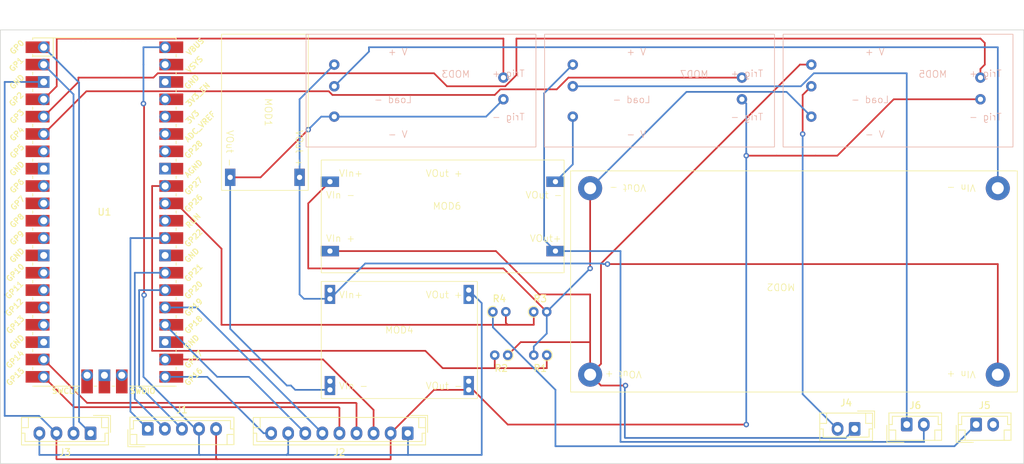
<source format=kicad_pcb>
(kicad_pcb (version 20221018) (generator pcbnew)
  (layers (0 "F.Cu" signal) (31 "B.Cu" signal) (34 "B.Paste" user) (35 "F.Paste" user) (36 "B.SilkS" user "B.Silkscreen") (37 "F.SilkS" user "F.Silkscreen") (38 "B.Mask" user) (39 "F.Mask" user) (44 "Edge.Cuts" user))
  (net 0 "")
  (net 1 "VCC")
  (net 2 "GND")
  (net 3 "Net-(J2-Pin_3)")
  (net 4 "Net-(MOD2-Vout-)")
  (net 5 "Net-(MOD2-Vin-)")
  (net 6 "Net-(J2-Pin_4)")
  (net 7 "+3.3V")
  (net 8 "Net-(J1-Pin_5)")
  (net 9 "Net-(J2-Pin_5)")
  (net 10 "Net-(J2-Pin_6)")
  (net 11 "Net-(J2-Pin_7)")
  (net 12 "Net-(J2-Pin_9)")
  (net 13 "Net-(J3-Pin_1)")
  (net 26 "Net-(J3-Pin_2)")
  (net 27 "Net-(J4-Pin_1)")
  (net 28 "Net-(J1-Pin_3)")
  (net 29 "Net-(J1-Pin_2)")
  (net 31 "Net-(J1-Pin_1)")
  (net 32 "Net-(J4-Pin_2)")
  (net 33 "Net-(J5-Pin_1)")
  (net 34 "Net-(J6-Pin_1)")
  (net 36 "+12V")
  (net 38 "Net-(MOD3-Trigger+)")
  (net 39 "Net-(MOD5-Trigger+)")
  (net 49 "Net-(MOD6-VOut-)")
  (net 50 "Net-(MOD7-Trigger+)")
  (net 51 "Net-(U1-GPIO27_ADC1)")
  (net 52 "Net-(U1-GPIO26_ADC0)")
  (footprint "Custom_Modules:USBC_PD_Module" (layer "F.Cu") (at 51.435 24.765 -90)
    (fp_text reference "MOD1" (at 0 -0.5 -90 unlocked) (layer "F.SilkS") (effects (font (thickness 0.1))))
    (fp_text value "USB-C PD Module")
    (fp_text user "VOut -" (at 2.54 5.715 -90 unlocked) (layer "F.SilkS") (effects (font (thickness 0.1)) (justify left bottom)))
    (fp_text user "VOut +" (at 2.54 -4.445 -90 unlocked) (layer "F.SilkS") (effects (font (thickness 0.1)) (justify left bottom)))
    (pad "1" thru_hole rect (at 9.525 -5.08 270) (size 2.524 1.524) (drill 0.762) (layers "*.Cu" "*.Mask") (net 1 "VCC"))
    (pad "2" thru_hole rect (at 9.525 5.08 270) (size 2.524 1.524) (drill 0.762) (layers "*.Cu" "*.Mask") (net 2 "GND"))
  )
  (footprint "Resistor_THT:R_Axial_DIN0204_L3.6mm_D1.6mm_P1.90mm_Vertical" (layer "F.Cu") (at 92.705 60.325 180)
    (fp_text reference "R1" (at 0.95 -1.92) (layer "F.SilkS"))
    (fp_text value "10k")
    (pad "1" thru_hole circle (at 0 0 180) (size 1.4 1.4) (drill 0.7) (layers "*.Cu" "*.Mask") (net 51 "Net-(U1-GPIO27_ADC1)"))
    (pad "2" thru_hole oval (at 1.9 0 180) (size 1.4 1.4) (drill 0.7) (layers "*.Cu" "*.Mask") (net 4 "Net-(MOD2-Vout-)"))
  )
  (footprint "Custom_Modules:CC_CV_BUCK_BOOST_CONVERTER" (layer "F.Cu") (at 127 49.8475 180)
    (fp_text reference "MOD2" (at 0 -0.5 180 unlocked) (layer "F.SilkS") (effects (font (thickness 0.1))))
    (fp_text value "CC_CV_BUCK_BOOST_CONVERTER")
    (fp_text user "VOut +" (at 20.32 -12.7 180 unlocked) (layer "F.SilkS") (effects (font (thickness 0.1)) (justify left bottom)))
    (fp_text user "VOut -" (at 19.685 14.605 180 unlocked) (layer "F.SilkS") (effects (font (thickness 0.1)) (justify left bottom)))
    (fp_text user "VIn +" (at -28.575 -12.7 180 unlocked) (layer "F.SilkS") (effects (font (thickness 0.1)) (justify left bottom)))
    (fp_text user "VIn -" (at -28.575 14.605 180 unlocked) (layer "F.SilkS") (effects (font (thickness 0.1)) (justify left bottom)))
    (pad "1" thru_hole circle (at -31.75 -13.335 180) (size 3.524 3.524) (drill 1.762) (layers "*.Cu" "*.Mask") (net 1 "VCC"))
    (pad "2" thru_hole circle (at -31.75 13.97 180) (size 3.524 3.524) (drill 1.762) (layers "*.Cu" "*.Mask") (net 5 "Net-(MOD2-Vin-)"))
    (pad "3" thru_hole circle (at 27.94 -13.335 180) (size 3.524 3.524) (drill 1.762) (layers "*.Cu" "*.Mask") (net 27 "Net-(J4-Pin_1)"))
    (pad "4" thru_hole circle (at 27.94 13.97 180) (size 3.524 3.524) (drill 1.762) (layers "*.Cu" "*.Mask") (net 4 "Net-(MOD2-Vout-)"))
  )
  (footprint "Connector_JST:JST_EH_B9B-EH-A_1x09_P2.50mm_Vertical" (layer "F.Cu") (at 72.35 71.755 180)
    (fp_text reference "J2" (at 10 -2.8) (layer "F.SilkS"))
    (fp_text value "ST7789V Connector")
    (pad "1" thru_hole roundrect (at 0 0 180) (size 1.7 1.95) (drill 0.95) (layers "*.Cu" "*.Mask") (roundrect_rratio 0.147059) (net 7 "+3.3V"))
    (pad "2" thru_hole oval (at 2.5 0 180) (size 1.7 1.95) (drill 0.95) (layers "*.Cu" "*.Mask") (net 8 "Net-(J1-Pin_5)"))
    (pad "3" thru_hole oval (at 5 0 180) (size 1.7 1.95) (drill 0.95) (layers "*.Cu" "*.Mask") (net 3 "Net-(J2-Pin_3)"))
    (pad "4" thru_hole oval (at 7.5 0 180) (size 1.7 1.95) (drill 0.95) (layers "*.Cu" "*.Mask") (net 6 "Net-(J2-Pin_4)"))
    (pad "5" thru_hole oval (at 10 0 180) (size 1.7 1.95) (drill 0.95) (layers "*.Cu" "*.Mask") (net 9 "Net-(J2-Pin_5)"))
    (pad "6" thru_hole oval (at 12.5 0 180) (size 1.7 1.95) (drill 0.95) (layers "*.Cu" "*.Mask") (net 10 "Net-(J2-Pin_6)"))
    (pad "7" thru_hole oval (at 15 0 180) (size 1.7 1.95) (drill 0.95) (layers "*.Cu" "*.Mask") (net 11 "Net-(J2-Pin_7)"))
    (pad "8" thru_hole oval (at 17.5 0 180) (size 1.7 1.95) (drill 0.95) (layers "*.Cu" "*.Mask") (net 7 "+3.3V"))
    (pad "9" thru_hole oval (at 20 0 180) (size 1.7 1.95) (drill 0.95) (layers "*.Cu" "*.Mask") (net 12 "Net-(J2-Pin_9)"))
  )
  (footprint "Connector_JST:JST_EH_B5B-EH-A_1x05_P2.50mm_Vertical" (layer "F.Cu") (at 34.29 71.12)
    (fp_text reference "J1" (at 5 -2.8) (layer "F.SilkS"))
    (fp_text value "Encoder1")
    (pad "1" thru_hole roundrect (at 0 0) (size 1.7 1.95) (drill 0.95) (layers "*.Cu" "*.Mask") (roundrect_rratio 0.147059) (net 31 "Net-(J1-Pin_1)"))
    (pad "2" thru_hole oval (at 2.5 0) (size 1.7 1.95) (drill 0.95) (layers "*.Cu" "*.Mask") (net 29 "Net-(J1-Pin_2)"))
    (pad "3" thru_hole oval (at 5 0) (size 1.7 1.95) (drill 0.95) (layers "*.Cu" "*.Mask") (net 28 "Net-(J1-Pin_3)"))
    (pad "4" thru_hole oval (at 7.5 0) (size 1.7 1.95) (drill 0.95) (layers "*.Cu" "*.Mask") (net 7 "+3.3V"))
    (pad "5" thru_hole oval (at 10 0) (size 1.7 1.95) (drill 0.95) (layers "*.Cu" "*.Mask") (net 8 "Net-(J1-Pin_5)"))
  )
  (footprint "Custom_Modules:BOOST_COVERTER" (layer "F.Cu") (at 71.12 39.37)
    (fp_text reference "MOD6" (at 6.985 -0.865 unlocked) (layer "F.SilkS") (effects (font (thickness 0.1))))
    (fp_text value "BUCK_CONVERTER")
    (fp_text user "VIn +" (at -10.795 4.445 unlocked) (layer "F.SilkS") (effects (font (thickness 0.1)) (justify left bottom)))
    (fp_text user "VOut+" (at 19.05 4.445 unlocked) (layer "F.SilkS") (effects (font (thickness 0.1)) (justify left bottom)))
    (fp_text user "VOut -" (at 18.415 -1.905 unlocked) (layer "F.SilkS") (effects (font (thickness 0.1)) (justify left bottom)))
    (fp_text user "VOut +" (at 3.81 -5.08 unlocked) (layer "F.SilkS") (effects (font (thickness 0.1)) (justify left bottom)))
    (fp_text user "VIn -" (at -10.795 -1.905 unlocked) (layer "F.SilkS") (effects (font (thickness 0.1)) (justify left bottom)))
    (fp_text user "VIn+" (at -8.89 -5.08 unlocked) (layer "F.SilkS") (effects (font (thickness 0.1)) (justify left bottom)))
    (pad "1" thru_hole rect (at -10.16 5.715) (size 2.667 1.524) (drill 0.762) (layers "*.Cu" "*.Mask") (net 27 "Net-(J4-Pin_1)"))
    (pad "2" thru_hole rect (at -10.16 -4.445) (size 2.667 1.524) (drill 0.762) (layers "*.Cu" "*.Mask") (net 4 "Net-(MOD2-Vout-)"))
    (pad "3" thru_hole rect (at 22.86 5.715) (size 2.667 1.524) (drill 0.762) (layers "*.Cu" "*.Mask") (net 36 "+12V"))
    (pad "4" thru_hole rect (at 22.86 -4.445) (size 2.667 1.524) (drill 0.762) (layers "*.Cu" "*.Mask") (net 49 "Net-(MOD6-VOut-)"))
  )
  (footprint "Connector_JST:JST_EH_B2B-EH-A_1x02_P2.50mm_Vertical" (layer "F.Cu") (at 145.415 70.485)
    (fp_text reference "J6" (at 1.25 -2.8) (layer "F.SilkS"))
    (fp_text value "Relay")
    (pad "1" thru_hole roundrect (at 0 0) (size 1.7 2) (drill 1) (layers "*.Cu" "*.Mask") (roundrect_rratio 0.147059) (net 34 "Net-(J6-Pin_1)"))
    (pad "2" thru_hole oval (at 2.5 0) (size 1.7 2) (drill 1) (layers "*.Cu" "*.Mask") (net 36 "+12V"))
  )
  (footprint "Custom_Modules:BUCK_COVERTER" (layer "F.Cu") (at 71.12 57.15)
    (fp_text reference "MOD4" (at 0 -0.5 unlocked) (layer "F.SilkS") (effects (font (thickness 0.1))))
    (fp_text value "BUCK_CONVERTER")
    (fp_text user "VOut +" (at 3.81 -5.08 unlocked) (layer "F.SilkS") (effects (font (thickness 0.1)) (justify left bottom)))
    (fp_text user "VOut -" (at 3.81 8.255 unlocked) (layer "F.SilkS") (effects (font (thickness 0.1)) (justify left bottom)))
    (fp_text user "VIn+" (at -8.89 -5.08 unlocked) (layer "F.SilkS") (effects (font (thickness 0.1)) (justify left bottom)))
    (fp_text user "VIn -" (at -8.89 8.255 unlocked) (layer "F.SilkS") (effects (font (thickness 0.1)) (justify left bottom)))
    (pad "1" thru_hole rect (at -10.16 -6.35) (size 1.524 1.524) (drill 0.762) (layers "*.Cu" "*.Mask") (net 1 "VCC"))
    (pad "1" thru_hole rect (at -10.16 -5.08) (size 1.524 1.524) (drill 0.762) (layers "*.Cu" "*.Mask") (net 1 "VCC"))
    (pad "2" thru_hole rect (at -10.16 6.985) (size 1.524 1.524) (drill 0.762) (layers "*.Cu" "*.Mask") (net 2 "GND"))
    (pad "2" thru_hole rect (at -10.16 8.255) (size 1.524 1.524) (drill 0.762) (layers "*.Cu" "*.Mask") (net 2 "GND"))
    (pad "3" thru_hole rect (at 10.16 -6.35) (size 1.524 1.524) (drill 0.762) (layers "*.Cu" "*.Mask") (net 7 "+3.3V"))
    (pad "3" thru_hole rect (at 10.16 -5.08) (size 1.524 1.524) (drill 0.762) (layers "*.Cu" "*.Mask") (net 7 "+3.3V"))
    (pad "4" thru_hole rect (at 10.16 6.985) (size 1.524 1.524) (drill 0.762) (layers "*.Cu" "*.Mask") (net 8 "Net-(J1-Pin_5)"))
    (pad "4" thru_hole rect (at 10.16 8.255) (size 1.524 1.524) (drill 0.762) (layers "*.Cu" "*.Mask") (net 8 "Net-(J1-Pin_5)"))
  )
  (footprint "Resistor_THT:R_Axial_DIN0204_L3.6mm_D1.6mm_P1.90mm_Vertical" (layer "F.Cu") (at 90.805 53.975)
    (fp_text reference "R3" (at 0.95 -1.92) (layer "F.SilkS"))
    (fp_text value "10k")
    (pad "1" thru_hole circle (at 0 0) (size 1.4 1.4) (drill 0.7) (layers "*.Cu" "*.Mask") (net 52 "Net-(U1-GPIO26_ADC0)"))
    (pad "2" thru_hole oval (at 1.9 0) (size 1.4 1.4) (drill 0.7) (layers "*.Cu" "*.Mask") (net 4 "Net-(MOD2-Vout-)"))
  )
  (footprint "MCU_RaspberryPi_and_Boards:RPi_Pico_SMD_TH" (layer "F.Cu") (at 27.94 39.37)
    (fp_text reference "U1" (at 0 0) (layer "F.SilkS"))
    (fp_text value "Pico")
    (fp_text user "GND" (at 12.8 -19.05 45) (layer "F.SilkS") (effects (font (size 0.8 0.8))))
    (fp_text user "3V3_EN" (at 13.7 -17.2 45) (layer "F.SilkS") (effects (font (size 0.8 0.8))))
    (fp_text user "RUN" (at 13 1.27 45) (layer "F.SilkS") (effects (font (size 0.8 0.8))))
    (fp_text user "GP2" (at -12.9 -16.51 45) (layer "F.SilkS") (effects (font (size 0.8 0.8))))
    (fp_text user "GP9" (at -12.8 3.81 45) (layer "F.SilkS") (effects (font (size 0.8 0.8))))
    (fp_text user "SWCLK" (at -5.7 26.2) (layer "F.SilkS") (effects (font (size 0.8 0.8))))
    (fp_text user "GP19" (at 13.054 13.97 45) (layer "F.SilkS") (effects (font (size 0.8 0.8))))
    (fp_text user "GP13" (at -13.054 16.51 45) (layer "F.SilkS") (effects (font (size 0.8 0.8))))
    (fp_text user "VBUS" (at 13.3 -24.2 45) (layer "F.SilkS") (effects (font (size 0.8 0.8))))
    (fp_text user "GND" (at -12.8 -6.35 45) (layer "F.SilkS") (effects (font (size 0.8 0.8))))
    (fp_text user "GP1" (at -12.9 -21.6 45) (layer "F.SilkS") (effects (font (size 0.8 0.8))))
    (fp_text user "GP18" (at 13.054 16.51 45) (layer "F.SilkS") (effects (font (size 0.8 0.8))))
    (fp_text user "GP5" (at -12.8 -8.89 45) (layer "F.SilkS") (effects (font (size 0.8 0.8))))
    (fp_text user "GP16" (at 13.054 24.13 45) (layer "F.SilkS") (effects (font (size 0.8 0.8))))
    (fp_text user "SWDIO" (at 5.6 26.2) (layer "F.SilkS") (effects (font (size 0.8 0.8))))
    (fp_text user "GP27" (at 13.054 -3.8 45) (layer "F.SilkS") (effects (font (size 0.8 0.8))))
    (fp_text user "GP3" (at -12.8 -13.97 45) (layer "F.SilkS") (effects (font (size 0.8 0.8))))
    (fp_text user "GP6" (at -12.8 -3.81 45) (layer "F.SilkS") (effects (font (size 0.8 0.8))))
    (fp_text user "VSYS" (at 13.2 -21.59 45) (layer "F.SilkS") (effects (font (size 0.8 0.8))))
    (fp_text user "GP14" (at -13.1 21.59 45) (layer "F.SilkS") (effects (font (size 0.8 0.8))))
    (fp_text user "GND" (at -12.8 -19.05 45) (layer "F.SilkS") (effects (font (size 0.8 0.8))))
    (fp_text user "GND" (at -12.8 19.05 45) (layer "F.SilkS") (effects (font (size 0.8 0.8))))
    (fp_text user "GP0" (at -12.8 -24.13 45) (layer "F.SilkS") (effects (font (size 0.8 0.8))))
    (fp_text user "GP26" (at 13.054 -1.27 45) (layer "F.SilkS") (effects (font (size 0.8 0.8))))
    (fp_text user "GP11" (at -13.2 11.43 45) (layer "F.SilkS") (effects (font (size 0.8 0.8))))
    (fp_text user "GP22" (at 13.054 3.81 45) (layer "F.SilkS") (effects (font (size 0.8 0.8))))
    (fp_text user "GP17" (at 13.054 21.59 45) (layer "F.SilkS") (effects (font (size 0.8 0.8))))
    (fp_text user "GP20" (at 13.054 11.43 45) (layer "F.SilkS") (effects (font (size 0.8 0.8))))
    (fp_text user "GP10" (at -13.054 8.89 45) (layer "F.SilkS") (effects (font (size 0.8 0.8))))
    (fp_text user "AGND" (at 13.054 -6.35 45) (layer "F.SilkS") (effects (font (size 0.8 0.8))))
    (fp_text user "3V3" (at 12.9 -13.9 45) (layer "F.SilkS") (effects (font (size 0.8 0.8))))
    (fp_text user "GP21" (at 13.054 8.9 45) (layer "F.SilkS") (effects (font (size 0.8 0.8))))
    (fp_text user "GP8" (at -12.8 1.27 45) (layer "F.SilkS") (effects (font (size 0.8 0.8))))
    (fp_text user "GP28" (at 13.054 -9.144 45) (layer "F.SilkS") (effects (font (size 0.8 0.8))))
    (fp_text user "GP4" (at -12.8 -11.43 45) (layer "F.SilkS") (effects (font (size 0.8 0.8))))
    (fp_text user "ADC_VREF" (at 14 -12.5 45) (layer "F.SilkS") (effects (font (size 0.8 0.8))))
    (fp_text user "GND" (at 12.8 6.35 45) (layer "F.SilkS") (effects (font (size 0.8 0.8))))
    (fp_text user "GND" (at -12.8 6.35 45) (layer "F.SilkS") (effects (font (size 0.8 0.8))))
    (fp_text user "GP7" (at -12.7 -1.3 45) (layer "F.SilkS") (effects (font (size 0.8 0.8))))
    (fp_text user "GP15" (at -13.054 24.13 45) (layer "F.SilkS") (effects (font (size 0.8 0.8))))
    (fp_text user "GND" (at 12.8 19.05 45) (layer "F.SilkS") (effects (font (size 0.8 0.8))))
    (fp_text user "GP12" (at -13.2 13.97 45) (layer "F.SilkS") (effects (font (size 0.8 0.8))))
    (pad "" np_thru_hole oval (at -2.725 -24) (size 1.8 1.8) (drill 1.8) (layers "*.Cu" "*.Mask"))
    (pad "" np_thru_hole oval (at -2.425 -20.97) (size 1.5 1.5) (drill 1.5) (layers "*.Cu" "*.Mask"))
    (pad "" np_thru_hole oval (at 2.425 -20.97) (size 1.5 1.5) (drill 1.5) (layers "*.Cu" "*.Mask"))
    (pad "" np_thru_hole oval (at 2.725 -24) (size 1.8 1.8) (drill 1.8) (layers "*.Cu" "*.Mask"))
    (pad "1" thru_hole oval (at -8.89 -24.13) (size 1.7 1.7) (drill 1.02) (layers "*.Cu" "*.Mask") (net 13 "Net-(J3-Pin_1)"))
    (pad "1" smd rect (at -8.89 -24.13) (size 3.5 1.7) (drill (offset -0.9 0)) (layers "F.Cu" "F.Mask") (net 13 "Net-(J3-Pin_1)"))
    (pad "2" thru_hole oval (at -8.89 -21.59) (size 1.7 1.7) (drill 1.02) (layers "*.Cu" "*.Mask") (net 26 "Net-(J3-Pin_2)"))
    (pad "2" smd rect (at -8.89 -21.59) (size 3.5 1.7) (drill (offset -0.9 0)) (layers "F.Cu" "F.Mask") (net 26 "Net-(J3-Pin_2)"))
    (pad "3" thru_hole rect (at -8.89 -19.05) (size 1.7 1.7) (drill 1.02) (layers "*.Cu" "*.Mask") (net 8 "Net-(J1-Pin_5)"))
    (pad "3" smd rect (at -8.89 -19.05) (size 3.5 1.7) (drill (offset -0.9 0)) (layers "F.Cu" "F.Mask") (net 8 "Net-(J1-Pin_5)"))
    (pad "4" thru_hole oval (at -8.89 -16.51) (size 1.7 1.7) (drill 1.02) (layers "*.Cu" "*.Mask") (net 38 "Net-(MOD3-Trigger+)"))
    (pad "4" smd rect (at -8.89 -16.51) (size 3.5 1.7) (drill (offset -0.9 0)) (layers "F.Cu" "F.Mask") (net 38 "Net-(MOD3-Trigger+)"))
    (pad "5" thru_hole oval (at -8.89 -13.97) (size 1.7 1.7) (drill 1.02) (layers "*.Cu" "*.Mask") (net 39 "Net-(MOD5-Trigger+)"))
    (pad "5" smd rect (at -8.89 -13.97) (size 3.5 1.7) (drill (offset -0.9 0)) (layers "F.Cu" "F.Mask") (net 39 "Net-(MOD5-Trigger+)"))
    (pad "6" thru_hole oval (at -8.89 -11.43) (size 1.7 1.7) (drill 1.02) (layers "*.Cu" "*.Mask") (net 50 "Net-(MOD7-Trigger+)"))
    (pad "6" smd rect (at -8.89 -11.43) (size 3.5 1.7) (drill (offset -0.9 0)) (layers "F.Cu" "F.Mask") (net 50 "Net-(MOD7-Trigger+)"))
    (pad "7" thru_hole oval (at -8.89 -8.89) (size 1.7 1.7) (drill 1.02) (layers "*.Cu" "*.Mask"))
    (pad "7" smd rect (at -8.89 -8.89) (size 3.5 1.7) (drill (offset -0.9 0)) (layers "F.Cu" "F.Mask"))
    (pad "8" thru_hole rect (at -8.89 -6.35) (size 1.7 1.7) (drill 1.02) (layers "*.Cu" "*.Mask"))
    (pad "8" smd rect (at -8.89 -6.35) (size 3.5 1.7) (drill (offset -0.9 0)) (layers "F.Cu" "F.Mask"))
    (pad "9" thru_hole oval (at -8.89 -3.81) (size 1.7 1.7) (drill 1.02) (layers "*.Cu" "*.Mask"))
    (pad "9" smd rect (at -8.89 -3.81) (size 3.5 1.7) (drill (offset -0.9 0)) (layers "F.Cu" "F.Mask"))
    (pad "10" thru_hole oval (at -8.89 -1.27) (size 1.7 1.7) (drill 1.02) (layers "*.Cu" "*.Mask"))
    (pad "10" smd rect (at -8.89 -1.27) (size 3.5 1.7) (drill (offset -0.9 0)) (layers "F.Cu" "F.Mask"))
    (pad "11" thru_hole oval (at -8.89 1.27) (size 1.7 1.7) (drill 1.02) (layers "*.Cu" "*.Mask"))
    (pad "11" smd rect (at -8.89 1.27) (size 3.5 1.7) (drill (offset -0.9 0)) (layers "F.Cu" "F.Mask"))
    (pad "12" thru_hole oval (at -8.89 3.81) (size 1.7 1.7) (drill 1.02) (layers "*.Cu" "*.Mask"))
    (pad "12" smd rect (at -8.89 3.81) (size 3.5 1.7) (drill (offset -0.9 0)) (layers "F.Cu" "F.Mask"))
    (pad "13" thru_hole rect (at -8.89 6.35) (size 1.7 1.7) (drill 1.02) (layers "*.Cu" "*.Mask"))
    (pad "13" smd rect (at -8.89 6.35) (size 3.5 1.7) (drill (offset -0.9 0)) (layers "F.Cu" "F.Mask"))
    (pad "14" thru_hole oval (at -8.89 8.89) (size 1.7 1.7) (drill 1.02) (layers "*.Cu" "*.Mask"))
    (pad "14" smd rect (at -8.89 8.89) (size 3.5 1.7) (drill (offset -0.9 0)) (layers "F.Cu" "F.Mask"))
    (pad "15" thru_hole oval (at -8.89 11.43) (size 1.7 1.7) (drill 1.02) (layers "*.Cu" "*.Mask"))
    (pad "15" smd rect (at -8.89 11.43) (size 3.5 1.7) (drill (offset -0.9 0)) (layers "F.Cu" "F.Mask"))
    (pad "16" thru_hole oval (at -8.89 13.97) (size 1.7 1.7) (drill 1.02) (layers "*.Cu" "*.Mask"))
    (pad "16" smd rect (at -8.89 13.97) (size 3.5 1.7) (drill (offset -0.9 0)) (layers "F.Cu" "F.Mask"))
    (pad "17" thru_hole oval (at -8.89 16.51) (size 1.7 1.7) (drill 1.02) (layers "*.Cu" "*.Mask"))
    (pad "17" smd rect (at -8.89 16.51) (size 3.5 1.7) (drill (offset -0.9 0)) (layers "F.Cu" "F.Mask"))
    (pad "18" thru_hole rect (at -8.89 19.05) (size 1.7 1.7) (drill 1.02) (layers "*.Cu" "*.Mask"))
    (pad "18" smd rect (at -8.89 19.05) (size 3.5 1.7) (drill (offset -0.9 0)) (layers "F.Cu" "F.Mask"))
    (pad "19" thru_hole oval (at -8.89 21.59) (size 1.7 1.7) (drill 1.02) (layers "*.Cu" "*.Mask") (net 6 "Net-(J2-Pin_4)"))
    (pad "19" smd rect (at -8.89 21.59) (size 3.5 1.7) (drill (offset -0.9 0)) (layers "F.Cu" "F.Mask") (net 6 "Net-(J2-Pin_4)"))
    (pad "20" thru_hole oval (at -8.89 24.13) (size 1.7 1.7) (drill 1.02) (layers "*.Cu" "*.Mask") (net 9 "Net-(J2-Pin_5)"))
    (pad "20" smd rect (at -8.89 24.13) (size 3.5 1.7) (drill (offset -0.9 0)) (layers "F.Cu" "F.Mask") (net 9 "Net-(J2-Pin_5)"))
    (pad "21" thru_hole oval (at 8.89 24.13) (size 1.7 1.7) (drill 1.02) (layers "*.Cu" "*.Mask") (net 12 "Net-(J2-Pin_9)"))
    (pad "21" smd rect (at 8.89 24.13) (size 3.5 1.7) (drill (offset 0.9 0)) (layers "F.Cu" "F.Mask") (net 12 "Net-(J2-Pin_9)"))
    (pad "22" thru_hole oval (at 8.89 21.59) (size 1.7 1.7) (drill 1.02) (layers "*.Cu" "*.Mask") (net 3 "Net-(J2-Pin_3)"))
    (pad "22" smd rect (at 8.89 21.59) (size 3.5 1.7) (drill (offset 0.9 0)) (layers "F.Cu" "F.Mask") (net 3 "Net-(J2-Pin_3)"))
    (pad "23" thru_hole rect (at 8.89 19.05) (size 1.7 1.7) (drill 1.02) (layers "*.Cu" "*.Mask"))
    (pad "23" smd rect (at 8.89 19.05) (size 3.5 1.7) (drill (offset 0.9 0)) (layers "F.Cu" "F.Mask"))
    (pad "24" thru_hole oval (at 8.89 16.51) (size 1.7 1.7) (drill 1.02) (layers "*.Cu" "*.Mask") (net 11 "Net-(J2-Pin_7)"))
    (pad "24" smd rect (at 8.89 16.51) (size 3.5 1.7) (drill (offset 0.9 0)) (layers "F.Cu" "F.Mask") (net 11 "Net-(J2-Pin_7)"))
    (pad "25" thru_hole oval (at 8.89 13.97) (size 1.7 1.7) (drill 1.02) (layers "*.Cu" "*.Mask") (net 10 "Net-(J2-Pin_6)"))
    (pad "25" smd rect (at 8.89 13.97) (size 3.5 1.7) (drill (offset 0.9 0)) (layers "F.Cu" "F.Mask") (net 10 "Net-(J2-Pin_6)"))
    (pad "26" thru_hole oval (at 8.89 11.43) (size 1.7 1.7) (drill 1.02) (layers "*.Cu" "*.Mask") (net 28 "Net-(J1-Pin_3)"))
    (pad "26" smd rect (at 8.89 11.43) (size 3.5 1.7) (drill (offset 0.9 0)) (layers "F.Cu" "F.Mask") (net 28 "Net-(J1-Pin_3)"))
    (pad "27" thru_hole oval (at 8.89 8.89) (size 1.7 1.7) (drill 1.02) (layers "*.Cu" "*.Mask") (net 29 "Net-(J1-Pin_2)"))
    (pad "27" smd rect (at 8.89 8.89) (size 3.5 1.7) (drill (offset 0.9 0)) (layers "F.Cu" "F.Mask") (net 29 "Net-(J1-Pin_2)"))
    (pad "28" thru_hole rect (at 8.89 6.35) (size 1.7 1.7) (drill 1.02) (layers "*.Cu" "*.Mask"))
    (pad "28" smd rect (at 8.89 6.35) (size 3.5 1.7) (drill (offset 0.9 0)) (layers "F.Cu" "F.Mask"))
    (pad "29" thru_hole oval (at 8.89 3.81) (size 1.7 1.7) (drill 1.02) (layers "*.Cu" "*.Mask") (net 31 "Net-(J1-Pin_1)"))
    (pad "29" smd rect (at 8.89 3.81) (size 3.5 1.7) (drill (offset 0.9 0)) (layers "F.Cu" "F.Mask") (net 31 "Net-(J1-Pin_1)"))
    (pad "30" thru_hole oval (at 8.89 1.27) (size 1.7 1.7) (drill 1.02) (layers "*.Cu" "*.Mask"))
    (pad "30" smd rect (at 8.89 1.27) (size 3.5 1.7) (drill (offset 0.9 0)) (layers "F.Cu" "F.Mask"))
    (pad "31" thru_hole oval (at 8.89 -1.27) (size 1.7 1.7) (drill 1.02) (layers "*.Cu" "*.Mask") (net 52 "Net-(U1-GPIO26_ADC0)"))
    (pad "31" smd rect (at 8.89 -1.27) (size 3.5 1.7) (drill (offset 0.9 0)) (layers "F.Cu" "F.Mask") (net 52 "Net-(U1-GPIO26_ADC0)"))
    (pad "32" thru_hole oval (at 8.89 -3.81) (size 1.7 1.7) (drill 1.02) (layers "*.Cu" "*.Mask") (net 51 "Net-(U1-GPIO27_ADC1)"))
    (pad "32" smd rect (at 8.89 -3.81) (size 3.5 1.7) (drill (offset 0.9 0)) (layers "F.Cu" "F.Mask") (net 51 "Net-(U1-GPIO27_ADC1)"))
    (pad "33" thru_hole rect (at 8.89 -6.35) (size 1.7 1.7) (drill 1.02) (layers "*.Cu" "*.Mask"))
    (pad "33" smd rect (at 8.89 -6.35) (size 3.5 1.7) (drill (offset 0.9 0)) (layers "F.Cu" "F.Mask"))
    (pad "34" thru_hole oval (at 8.89 -8.89) (size 1.7 1.7) (drill 1.02) (layers "*.Cu" "*.Mask"))
    (pad "34" smd rect (at 8.89 -8.89) (size 3.5 1.7) (drill (offset 0.9 0)) (layers "F.Cu" "F.Mask"))
    (pad "35" thru_hole oval (at 8.89 -11.43) (size 1.7 1.7) (drill 1.02) (layers "*.Cu" "*.Mask"))
    (pad "35" smd rect (at 8.89 -11.43) (size 3.5 1.7) (drill (offset 0.9 0)) (layers "F.Cu" "F.Mask"))
    (pad "36" thru_hole oval (at 8.89 -13.97) (size 1.7 1.7) (drill 1.02) (layers "*.Cu" "*.Mask"))
    (pad "36" smd rect (at 8.89 -13.97) (size 3.5 1.7) (drill (offset 0.9 0)) (layers "F.Cu" "F.Mask"))
    (pad "37" thru_hole oval (at 8.89 -16.51) (size 1.7 1.7) (drill 1.02) (layers "*.Cu" "*.Mask"))
    (pad "37" smd rect (at 8.89 -16.51) (size 3.5 1.7) (drill (offset 0.9 0)) (layers "F.Cu" "F.Mask"))
    (pad "38" thru_hole rect (at 8.89 -19.05) (size 1.7 1.7) (drill 1.02) (layers "*.Cu" "*.Mask"))
    (pad "38" smd rect (at 8.89 -19.05) (size 3.5 1.7) (drill (offset 0.9 0)) (layers "F.Cu" "F.Mask"))
    (pad "39" thru_hole oval (at 8.89 -21.59) (size 1.7 1.7) (drill 1.02) (layers "*.Cu" "*.Mask") (net 7 "+3.3V"))
    (pad "39" smd rect (at 8.89 -21.59) (size 3.5 1.7) (drill (offset 0.9 0)) (layers "F.Cu" "F.Mask") (net 7 "+3.3V"))
    (pad "40" thru_hole oval (at 8.89 -24.13) (size 1.7 1.7) (drill 1.02) (layers "*.Cu" "*.Mask") (net 7 "+3.3V"))
    (pad "40" smd rect (at 8.89 -24.13) (size 3.5 1.7) (drill (offset 0.9 0)) (layers "F.Cu" "F.Mask") (net 7 "+3.3V"))
    (pad "41" thru_hole oval (at -2.54 23.9) (size 1.7 1.7) (drill 1.02) (layers "*.Cu" "*.Mask"))
    (pad "41" smd rect (at -2.54 23.9 90) (size 3.5 1.7) (drill (offset -0.9 0)) (layers "F.Cu" "F.Mask"))
    (pad "42" thru_hole rect (at 0 23.9) (size 1.7 1.7) (drill 1.02) (layers "*.Cu" "*.Mask"))
    (pad "42" smd rect (at 0 23.9 90) (size 3.5 1.7) (drill (offset -0.9 0)) (layers "F.Cu" "F.Mask"))
    (pad "43" thru_hole oval (at 2.54 23.9) (size 1.7 1.7) (drill 1.02) (layers "*.Cu" "*.Mask"))
    (pad "43" smd rect (at 2.54 23.9 90) (size 3.5 1.7) (drill (offset -0.9 0)) (layers "F.Cu" "F.Mask"))
  )
  (footprint "Resistor_THT:R_Axial_DIN0204_L3.6mm_D1.6mm_P1.90mm_Vertical" (layer "F.Cu") (at 84.82 53.975)
    (fp_text reference "R4" (at 0.95 -1.92) (layer "F.SilkS"))
    (fp_text value "100k")
    (pad "1" thru_hole circle (at 0 0) (size 1.4 1.4) (drill 0.7) (layers "*.Cu" "*.Mask") (net 33 "Net-(J5-Pin_1)"))
    (pad "2" thru_hole oval (at 1.9 0) (size 1.4 1.4) (drill 0.7) (layers "*.Cu" "*.Mask") (net 52 "Net-(U1-GPIO26_ADC0)"))
  )
  (footprint "Resistor_THT:R_Axial_DIN0204_L3.6mm_D1.6mm_P1.90mm_Vertical" (layer "F.Cu") (at 86.99 60.325 180)
    (fp_text reference "R2" (at 0.95 -1.92) (layer "F.SilkS"))
    (fp_text value "100k")
    (pad "1" thru_hole circle (at 0 0 180) (size 1.4 1.4) (drill 0.7) (layers "*.Cu" "*.Mask") (net 27 "Net-(J4-Pin_1)"))
    (pad "2" thru_hole oval (at 1.9 0 180) (size 1.4 1.4) (drill 0.7) (layers "*.Cu" "*.Mask") (net 51 "Net-(U1-GPIO27_ADC1)"))
  )
  (footprint "Connector_JST:JST_EH_B4B-EH-A_1x04_P2.50mm_Vertical" (layer "F.Cu") (at 25.915 71.755 180)
    (fp_text reference "J3" (at 3.75 -2.8) (layer "F.SilkS"))
    (fp_text value "20x4 Connector")
    (pad "1" thru_hole roundrect (at 0 0 180) (size 1.7 1.95) (drill 0.95) (layers "*.Cu" "*.Mask") (roundrect_rratio 0.147059) (net 13 "Net-(J3-Pin_1)"))
    (pad "2" thru_hole oval (at 2.5 0 180) (size 1.7 1.95) (drill 0.95) (layers "*.Cu" "*.Mask") (net 26 "Net-(J3-Pin_2)"))
    (pad "3" thru_hole oval (at 5 0 180) (size 1.7 1.95) (drill 0.95) (layers "*.Cu" "*.Mask") (net 8 "Net-(J1-Pin_5)"))
    (pad "4" thru_hole oval (at 7.5 0 180) (size 1.7 1.95) (drill 0.95) (layers "*.Cu" "*.Mask") (net 7 "+3.3V"))
  )
  (footprint "Connector_JST:JST_EH_B2B-EH-A_1x02_P2.50mm_Vertical" (layer "F.Cu") (at 137.795 71.12 180)
    (fp_text reference "J4" (at 1.25 3.81) (layer "F.SilkS"))
    (fp_text value "100F 16V Super Cap")
    (pad "1" thru_hole roundrect (at 0 0 180) (size 1.7 2) (drill 1) (layers "*.Cu" "*.Mask") (roundrect_rratio 0.147059) (net 27 "Net-(J4-Pin_1)"))
    (pad "2" thru_hole oval (at 2.5 0 180) (size 1.7 2) (drill 1) (layers "*.Cu" "*.Mask") (net 32 "Net-(J4-Pin_2)"))
  )
  (footprint "Connector_JST:JST_EH_B2B-EH-A_1x02_P2.50mm_Vertical" (layer "F.Cu") (at 155.575 70.485)
    (fp_text reference "J5" (at 1.25 -2.8) (layer "F.SilkS"))
    (fp_text value "Weld Pin -")
    (pad "1" thru_hole roundrect (at 0 0) (size 1.7 2) (drill 1) (layers "*.Cu" "*.Mask") (roundrect_rratio 0.147059) (net 33 "Net-(J5-Pin_1)"))
    (pad "2" thru_hole oval (at 2.5 0) (size 1.7 2) (drill 1) (layers "*.Cu" "*.Mask"))
  )
  (footprint "Custom_Modules:Relay_Module" (layer "B.Cu") (at 79.375 19.685 180)
    (fp_text reference "MOD3" (at 0 0.5 unlocked) (layer "B.SilkS") (effects (font (thickness 0.1)) (justify mirror)))
    (fp_text value "Relay_Module")
    (fp_text user "Trig -" (at -10.16 -6.35 unlocked) (layer "B.SilkS") (effects (font (thickness 0.1)) (justify left bottom mirror)))
    (fp_text user "Load -" (at 6.35 -3.81 unlocked) (layer "B.SilkS") (effects (font (thickness 0.1)) (justify left bottom mirror)))
    (fp_text user "V -" (at 6.985 -8.89 unlocked) (layer "B.SilkS") (effects (font (thickness 0.1)) (justify left bottom mirror)))
    (fp_text user "Trig +" (at -10.16 0 unlocked) (layer "B.SilkS") (effects (font (thickness 0.1)) (justify left bottom mirror)))
    (fp_text user "V +" (at 6.985 3.175 unlocked) (layer "B.SilkS") (effects (font (thickness 0.1)) (justify left bottom mirror)))
    (pad "1" thru_hole circle (at -6.985 0 180) (size 1.524 1.524) (drill 0.762) (layers "*.Cu" "*.Mask") (net 38 "Net-(MOD3-Trigger+)"))
    (pad "2" thru_hole circle (at -6.985 -3.175 180) (size 1.524 1.524) (drill 0.762) (layers "*.Cu" "*.Mask") (net 2 "GND"))
    (pad "3" thru_hole circle (at 17.78 1.905 180) (size 1.524 1.524) (drill 0.762) (layers "*.Cu" "*.Mask") (net 1 "VCC"))
    (pad "4" thru_hole circle (at 17.78 -5.715 180) (size 1.524 1.524) (drill 0.762) (layers "*.Cu" "*.Mask") (net 2 "GND"))
    (pad "5" thru_hole circle (at 17.78 -1.27 180) (size 1.524 1.524) (drill 0.762) (layers "*.Cu" "*.Mask") (net 5 "Net-(MOD2-Vin-)"))
  )
  (footprint "Custom_Modules:Relay_Module" (layer "B.Cu") (at 114.3 19.685 180)
    (fp_text reference "MOD7" (at 0 0.5 unlocked) (layer "B.SilkS") (effects (font (thickness 0.1)) (justify mirror)))
    (fp_text value "Relay_Module")
    (fp_text user "Trig -" (at -10.16 -6.35 unlocked) (layer "B.SilkS") (effects (font (thickness 0.1)) (justify left bottom mirror)))
    (fp_text user "Load -" (at 6.35 -3.81 unlocked) (layer "B.SilkS") (effects (font (thickness 0.1)) (justify left bottom mirror)))
    (fp_text user "V +" (at 6.985 3.175 unlocked) (layer "B.SilkS") (effects (font (thickness 0.1)) (justify left bottom mirror)))
    (fp_text user "Trig +" (at -10.16 0 unlocked) (layer "B.SilkS") (effects (font (thickness 0.1)) (justify left bottom mirror)))
    (fp_text user "V -" (at 6.985 -8.89 unlocked) (layer "B.SilkS") (effects (font (thickness 0.1)) (justify left bottom mirror)))
    (pad "1" thru_hole circle (at -6.985 0 180) (size 1.524 1.524) (drill 0.762) (layers "*.Cu" "*.Mask") (net 50 "Net-(MOD7-Trigger+)"))
    (pad "2" thru_hole circle (at -6.985 -3.175 180) (size 1.524 1.524) (drill 0.762) (layers "*.Cu" "*.Mask") (net 8 "Net-(J1-Pin_5)"))
    (pad "3" thru_hole circle (at 17.78 1.905 180) (size 1.524 1.524) (drill 0.762) (layers "*.Cu" "*.Mask") (net 36 "+12V"))
    (pad "4" thru_hole circle (at 17.78 -5.715 180) (size 1.524 1.524) (drill 0.762) (layers "*.Cu" "*.Mask") (net 49 "Net-(MOD6-VOut-)"))
    (pad "5" thru_hole circle (at 17.78 -1.27 180) (size 1.524 1.524) (drill 0.762) (layers "*.Cu" "*.Mask") (net 34 "Net-(J6-Pin_1)"))
  )
  (footprint "Custom_Modules:Relay_Module" (layer "B.Cu") (at 149.225 19.685 180)
    (fp_text reference "MOD5" (at 0 0.5 unlocked) (layer "B.SilkS") (effects (font (thickness 0.1)) (justify mirror)))
    (fp_text value "Relay_Module")
    (fp_text user "V +" (at 6.985 3.175 unlocked) (layer "B.SilkS") (effects (font (thickness 0.1)) (justify left bottom mirror)))
    (fp_text user "Load -" (at 6.35 -3.81 unlocked) (layer "B.SilkS") (effects (font (thickness 0.1)) (justify left bottom mirror)))
    (fp_text user "Trig -" (at -10.16 -6.35 unlocked) (layer "B.SilkS") (effects (font (thickness 0.1)) (justify left bottom mirror)))
    (fp_text user "V -" (at 6.985 -8.89 unlocked) (layer "B.SilkS") (effects (font (thickness 0.1)) (justify left bottom mirror)))
    (fp_text user "Trig +" (at -10.16 0 unlocked) (layer "B.SilkS") (effects (font (thickness 0.1)) (justify left bottom mirror)))
    (pad "1" thru_hole circle (at -6.985 0 180) (size 1.524 1.524) (drill 0.762) (layers "*.Cu" "*.Mask") (net 39 "Net-(MOD5-Trigger+)"))
    (pad "2" thru_hole circle (at -6.985 -3.175 180) (size 1.524 1.524) (drill 0.762) (layers "*.Cu" "*.Mask") (net 8 "Net-(J1-Pin_5)"))
    (pad "3" thru_hole circle (at 17.78 1.905 180) (size 1.524 1.524) (drill 0.762) (layers "*.Cu" "*.Mask") (net 27 "Net-(J4-Pin_1)"))
    (pad "4" thru_hole circle (at 17.78 -5.715 180) (size 1.524 1.524) (drill 0.762) (layers "*.Cu" "*.Mask") (net 4 "Net-(MOD2-Vout-)"))
    (pad "5" thru_hole circle (at 17.78 -1.27 180) (size 1.524 1.524) (drill 0.762) (layers "*.Cu" "*.Mask") (net 32 "Net-(J4-Pin_2)"))
  )
  (gr_rect (start 12.7 12.7) (end 162.56 76.2) (stroke (width 0.1)) (fill none) (layer "Edge.Cuts"))
  (segment (start 158.75 46.99) (end 158.75 63.1825) (width 0.25) (layer "F.Cu") (net 1))
  (segment (start 101.6 46.99) (end 158.75 46.99) (width 0.25) (layer "F.Cu") (net 1))
  (via (at 101.6 46.99) (size 0.8) (drill 0.4) (layers "F.Cu" "B.Cu") (net 1))
  (segment (start 56.515 22.86) (end 56.515 34.29) (width 0.25) (layer "B.Cu") (net 1))
  (segment (start 100.875 46.9) (end 100.965 46.99) (width 0.25) (layer "B.Cu") (net 1))
  (segment (start 61.595 17.78) (end 56.515 22.86) (width 0.25) (layer "B.Cu") (net 1))
  (segment (start 56.515 51.435) (end 57.15 52.07) (width 0.25) (layer "B.Cu") (net 1))
  (segment (start 100.965 46.99) (end 101.6 46.99) (width 0.25) (layer "B.Cu") (net 1))
  (segment (start 66.13 46.9) (end 100.875 46.9) (width 0.25) (layer "B.Cu") (net 1))
  (segment (start 56.515 34.29) (end 56.515 51.435) (width 0.25) (layer "B.Cu") (net 1))
  (segment (start 57.15 52.07) (end 60.96 52.07) (width 0.25) (layer "B.Cu") (net 1))
  (segment (start 60.96 52.07) (end 66.13 46.9) (width 0.25) (layer "B.Cu") (net 1))
  (segment (start 57.785 27.305) (end 50.8 34.29) (width 0.25) (layer "F.Cu") (net 2))
  (segment (start 50.8 34.29) (end 46.355 34.29) (width 0.25) (layer "F.Cu") (net 2))
  (via (at 57.785 27.305) (size 0.8) (drill 0.4) (layers "F.Cu" "B.Cu") (net 2))
  (segment (start 61.595 25.4) (end 59.69 25.4) (width 0.25) (layer "B.Cu") (net 2))
  (segment (start 55.245 64.77) (end 55.88 65.405) (width 0.25) (layer "B.Cu") (net 2))
  (segment (start 83.82 25.4) (end 86.36 22.86) (width 0.25) (layer "B.Cu") (net 2))
  (segment (start 55.88 65.405) (end 60.96 65.405) (width 0.25) (layer "B.Cu") (net 2))
  (segment (start 59.69 25.4) (end 57.785 27.305) (width 0.25) (layer "B.Cu") (net 2))
  (segment (start 54.651701 64.77) (end 55.245 64.77) (width 0.25) (layer "B.Cu") (net 2))
  (segment (start 46.355 56.473299) (end 54.651701 64.77) (width 0.25) (layer "B.Cu") (net 2))
  (segment (start 61.595 25.4) (end 83.82 25.4) (width 0.25) (layer "B.Cu") (net 2))
  (segment (start 46.355 34.29) (end 46.355 56.473299) (width 0.25) (layer "B.Cu") (net 2))
  (segment (start 67.35 68.351) (end 59.959 60.96) (width 0.25) (layer "F.Cu") (net 3))
  (segment (start 59.959 60.96) (end 36.83 60.96) (width 0.25) (layer "F.Cu") (net 3))
  (segment (start 67.35 71.755) (end 67.35 68.351) (width 0.25) (layer "F.Cu") (net 3))
  (segment (start 57.785 47.625) (end 86.355 47.625) (width 0.25) (layer "F.Cu") (net 4))
  (segment (start 99.06 47.625) (end 99.06 35.8775) (width 0.25) (layer "F.Cu") (net 4))
  (segment (start 57.785 38.1) (end 57.785 47.625) (width 0.25) (layer "F.Cu") (net 4))
  (segment (start 60.96 34.925) (end 57.785 38.1) (width 0.25) (layer "F.Cu") (net 4))
  (segment (start 86.355 47.625) (end 92.705 53.975) (width 0.25) (layer "F.Cu") (net 4))
  (via (at 99.06 47.625) (size 0.8) (drill 0.4) (layers "F.Cu" "B.Cu") (net 4))
  (segment (start 92.705 57.145) (end 92.705 53.975) (width 0.25) (layer "B.Cu") (net 4))
  (segment (start 99.06 35.8775) (end 113.1645 21.773) (width 0.25) (layer "B.Cu") (net 4))
  (segment (start 90.805 60.325) (end 90.805 59.055) (width 0.25) (layer "B.Cu") (net 4))
  (segment (start 127.818 21.773) (end 131.445 25.4) (width 0.25) (layer "B.Cu") (net 4))
  (segment (start 99.06 47.625) (end 99.055 47.625) (width 0.25) (layer "B.Cu") (net 4))
  (segment (start 113.1645 21.773) (end 127.818 21.773) (width 0.25) (layer "B.Cu") (net 4))
  (segment (start 90.805 59.055) (end 92.71 57.15) (width 0.25) (layer "B.Cu") (net 4))
  (segment (start 99.055 47.625) (end 92.705 53.975) (width 0.25) (layer "B.Cu") (net 4))
  (segment (start 92.71 57.15) (end 92.705 57.145) (width 0.25) (layer "B.Cu") (net 4))
  (segment (start 66.675 15.24) (end 158.75 15.24) (width 0.25) (layer "B.Cu") (net 5))
  (segment (start 66.675 15.875) (end 66.675 15.24) (width 0.25) (layer "B.Cu") (net 5))
  (segment (start 61.595 20.955) (end 66.675 15.875) (width 0.25) (layer "B.Cu") (net 5))
  (segment (start 158.75 15.24) (end 158.75 35.8775) (width 0.25) (layer "B.Cu") (net 5))
  (segment (start 64.77 67.31) (end 64.85 67.39) (width 0.25) (layer "F.Cu") (net 6))
  (segment (start 64.85 67.39) (end 64.85 71.755) (width 0.25) (layer "F.Cu") (net 6))
  (segment (start 25.4 67.31) (end 64.77 67.31) (width 0.25) (layer "F.Cu") (net 6))
  (segment (start 19.05 60.96) (end 25.4 67.31) (width 0.25) (layer "F.Cu") (net 6))
  (segment (start 33.7445 23.5845) (end 33.655 23.495) (width 0.25) (layer "F.Cu") (net 7))
  (segment (start 33.7445 51.5245) (end 33.7445 23.5845) (width 0.25) (layer "F.Cu") (net 7))
  (via (at 33.655 23.495) (size 0.8) (drill 0.4) (layers "F.Cu" "B.Cu") (net 7))
  (via (at 33.7445 51.5245) (size 0.8) (drill 0.4) (layers "F.Cu" "B.Cu") (net 7))
  (segment (start 41.91 74.93) (end 54.61 74.93) (width 0.25) (layer "B.Cu") (net 7))
  (segment (start 54.61 74.93) (end 54.85 74.69) (width 0.25) (layer "B.Cu") (net 7))
  (segment (start 72.39 74.93) (end 83.185 74.93) (width 0.25) (layer "B.Cu") (net 7))
  (segment (start 18.415 71.755) (end 18.415 74.93) (width 0.25) (layer "B.Cu") (net 7))
  (segment (start 41.91 74.93) (end 41.79 74.81) (width 0.25) (layer "B.Cu") (net 7))
  (segment (start 83.185 74.93) (end 83.185 52.705) (width 0.25) (layer "B.Cu") (net 7))
  (segment (start 33.655 17.78) (end 33.655 15.24) (width 0.25) (layer "B.Cu") (net 7))
  (segment (start 33.655 63.5) (end 33.655 51.435) (width 0.25) (layer "B.Cu") (net 7))
  (segment (start 18.415 74.93) (end 41.91 74.93) (width 0.25) (layer "B.Cu") (net 7))
  (segment (start 54.85 74.69) (end 54.85 71.755) (width 0.25) (layer "B.Cu") (net 7))
  (segment (start 83.185 52.705) (end 81.28 50.8) (width 0.25) (layer "B.Cu") (net 7))
  (segment (start 41.275 71.12) (end 33.655 63.5) (width 0.25) (layer "B.Cu") (net 7))
  (segment (start 41.79 74.81) (end 41.79 71.12) (width 0.25) (layer "B.Cu") (net 7))
  (segment (start 33.655 23.495) (end 33.655 17.78) (width 0.25) (layer "B.Cu") (net 7))
  (segment (start 54.61 74.93) (end 72.39 74.93) (width 0.25) (layer "B.Cu") (net 7))
  (segment (start 72.39 74.93) (end 72.39 71.795) (width 0.25) (layer "B.Cu") (net 7))
  (segment (start 33.655 15.24) (end 36.83 15.24) (width 0.25) (layer "B.Cu") (net 7))
  (segment (start 33.655 51.435) (end 33.7445 51.5245) (width 0.25) (layer "B.Cu") (net 7))
  (segment (start 44.29 75.405) (end 44.29 71.12) (width 0.25) (layer "F.Cu") (net 8))
  (segment (start 81.28 65.405) (end 81.37 65.495) (width 0.25) (layer "F.Cu") (net 8))
  (segment (start 135.255 31.115) (end 132.08 31.115) (width 0.25) (layer "F.Cu") (net 8))
  (segment (start 76.2 65.405) (end 81.28 65.405) (width 0.25) (layer "F.Cu") (net 8))
  (segment (start 20.955 75.565) (end 44.45 75.565) (width 0.25) (layer "F.Cu") (net 8))
  (segment (start 132.08 31.115) (end 126.365 31.115) (width 0.25) (layer "F.Cu") (net 8))
  (segment (start 156.21 22.86) (end 143.51 22.86) (width 0.25) (layer "F.Cu") (net 8))
  (segment (start 44.45 75.565) (end 69.85 75.565) (width 0.25) (layer "F.Cu") (net 8))
  (segment (start 81.37 65.495) (end 82.005 65.495) (width 0.25) (layer "F.Cu") (net 8))
  (segment (start 69.85 71.755) (end 76.2 65.405) (width 0.25) (layer "F.Cu") (net 8))
  (segment (start 82.005 65.495) (end 86.995 70.485) (width 0.25) (layer "F.Cu") (net 8))
  (segment (start 44.45 75.565) (end 44.29 75.405) (width 0.25) (layer "F.Cu") (net 8))
  (segment (start 20.915 75.525) (end 20.955 75.565) (width 0.25) (layer "F.Cu") (net 8))
  (segment (start 86.995 70.485) (end 121.92 70.485) (width 0.25) (layer "F.Cu") (net 8))
  (segment (start 69.85 75.565) (end 69.85 71.755) (width 0.25) (layer "F.Cu") (net 8))
  (segment (start 20.915 71.755) (end 20.915 75.525) (width 0.25) (layer "F.Cu") (net 8))
  (segment (start 143.51 22.86) (end 135.255 31.115) (width 0.25) (layer "F.Cu") (net 8))
  (segment (start 126.365 31.115) (end 121.92 31.115) (width 0.25) (layer "F.Cu") (net 8))
  (via (at 121.92 31.115) (size 0.8) (drill 0.4) (layers "F.Cu" "B.Cu") (net 8))
  (via (at 121.92 70.485) (size 0.8) (drill 0.4) (layers "F.Cu" "B.Cu") (net 8))
  (segment (start 121.92 23.495) (end 121.285 22.86) (width 0.25) (layer "B.Cu") (net 8))
  (segment (start 13.335 69.215) (end 13.335 20.32) (width 0.25) (layer "B.Cu") (net 8))
  (segment (start 18.375 69.215) (end 13.335 69.215) (width 0.25) (layer "B.Cu") (net 8))
  (segment (start 20.915 71.755) (end 18.375 69.215) (width 0.25) (layer "B.Cu") (net 8))
  (segment (start 121.92 31.115) (end 121.92 30.48) (width 0.25) (layer "B.Cu") (net 8))
  (segment (start 121.92 70.485) (end 121.92 23.495) (width 0.25) (layer "B.Cu") (net 8))
  (segment (start 13.335 20.32) (end 19.05 20.32) (width 0.25) (layer "B.Cu") (net 8))
  (segment (start 62.35 68.065) (end 62.35 71.755) (width 0.25) (layer "F.Cu") (net 9))
  (segment (start 23.495 67.945) (end 62.23 67.945) (width 0.25) (layer "F.Cu") (net 9))
  (segment (start 62.23 67.945) (end 62.35 68.065) (width 0.25) (layer "F.Cu") (net 9))
  (segment (start 19.05 63.5) (end 23.495 67.945) (width 0.25) (layer "F.Cu") (net 9))
  (segment (start 59.85 71.755) (end 41.435 53.34) (width 0.25) (layer "B.Cu") (net 10))
  (segment (start 41.435 53.34) (end 36.83 53.34) (width 0.25) (layer "B.Cu") (net 10))
  (segment (start 44.45 63.5) (end 36.83 55.88) (width 0.25) (layer "B.Cu") (net 11))
  (segment (start 57.35 71.755) (end 49.095 63.5) (width 0.25) (layer "B.Cu") (net 11))
  (segment (start 49.095 63.5) (end 44.45 63.5) (width 0.25) (layer "B.Cu") (net 11))
  (segment (start 52.35 71.755) (end 51.25 71.755) (width 0.25) (layer "B.Cu") (net 12))
  (segment (start 42.995 63.5) (end 37.465 63.5) (width 0.25) (layer "B.Cu") (net 12))
  (segment (start 51.25 71.755) (end 42.995 63.5) (width 0.25) (layer "B.Cu") (net 12))
  (segment (start 19.05 15.24) (end 24.225 20.415) (width 0.25) (layer "B.Cu") (net 13))
  (segment (start 24.225 70.065) (end 25.915 71.755) (width 0.25) (layer "B.Cu") (net 13))
  (segment (start 24.225 20.415) (end 24.225 70.065) (width 0.25) (layer "B.Cu") (net 13))
  (segment (start 23.415 22.145) (end 23.415 71.755) (width 0.25) (layer "B.Cu") (net 26))
  (segment (start 19.05 17.78) (end 23.415 22.145) (width 0.25) (layer "B.Cu") (net 26))
  (segment (start 100.6475 64.77) (end 99.06 63.1825) (width 0.25) (layer "F.Cu") (net 27))
  (segment (start 99.06 63.1825) (end 99.06 58.42) (width 0.25) (layer "F.Cu") (net 27))
  (segment (start 99.06 51.435) (end 99.06 58.42) (width 0.25) (layer "F.Cu") (net 27))
  (segment (start 88.895 58.42) (end 99.06 58.42) (width 0.25) (layer "F.Cu") (net 27))
  (segment (start 129.784695 17.78) (end 100.6475 46.917195) (width 0.25) (layer "F.Cu") (net 27))
  (segment (start 60.96 45.085) (end 85.264569 45.085) (width 0.25) (layer "F.Cu") (net 27))
  (segment (start 100.6475 61.595) (end 99.06 63.1825) (width 0.25) (layer "F.Cu") (net 27))
  (segment (start 104.2295 64.77) (end 100.6475 64.77) (width 0.25) (layer "F.Cu") (net 27))
  (segment (start 131.445 17.78) (end 129.784695 17.78) (width 0.25) (layer "F.Cu") (net 27))
  (segment (start 85.264569 45.085) (end 91.614569 51.435) (width 0.25) (layer "F.Cu") (net 27))
  (segment (start 100.6475 46.917195) (end 100.6475 61.595) (width 0.25) (layer "F.Cu") (net 27))
  (segment (start 91.614569 51.435) (end 99.06 51.435) (width 0.25) (layer "F.Cu") (net 27))
  (segment (start 86.99 60.325) (end 88.895 58.42) (width 0.25) (layer "F.Cu") (net 27))
  (via (at 104.2295 64.77) (size 0.8) (drill 0.4) (layers "F.Cu" "B.Cu") (net 27))
  (segment (start 104.14 64.8595) (end 104.2295 64.77) (width 0.25) (layer "B.Cu") (net 27))
  (segment (start 104.14 72.39) (end 104.14 64.8595) (width 0.25) (layer "B.Cu") (net 27))
  (segment (start 104.195 72.445) (end 104.14 72.39) (width 0.25) (layer "B.Cu") (net 27))
  (segment (start 136.47 72.445) (end 104.195 72.445) (width 0.25) (layer "B.Cu") (net 27))
  (segment (start 137.795 71.12) (end 136.47 72.445) (width 0.25) (layer "B.Cu") (net 27))
  (segment (start 33.02 64.85) (end 33.02 50.8) (width 0.25) (layer "B.Cu") (net 28))
  (segment (start 33.02 50.8) (end 36.83 50.8) (width 0.25) (layer "B.Cu") (net 28))
  (segment (start 39.29 71.12) (end 33.02 64.85) (width 0.25) (layer "B.Cu") (net 28))
  (segment (start 32.385 66.715) (end 32.385 48.26) (width 0.25) (layer "B.Cu") (net 29))
  (segment (start 36.79 71.12) (end 32.385 66.715) (width 0.25) (layer "B.Cu") (net 29))
  (segment (start 32.385 48.26) (end 36.83 48.26) (width 0.25) (layer "B.Cu") (net 29))
  (segment (start 31.75 43.18) (end 36.83 43.18) (width 0.25) (layer "B.Cu") (net 31))
  (segment (start 34.29 71.12) (end 31.75 68.58) (width 0.25) (layer "B.Cu") (net 31))
  (segment (start 31.75 68.58) (end 31.75 43.18) (width 0.25) (layer "B.Cu") (net 31))
  (segment (start 130.175 27.94) (end 130.175 22.225) (width 0.25) (layer "F.Cu") (net 32))
  (segment (start 130.175 22.225) (end 131.445 20.955) (width 0.25) (layer "F.Cu") (net 32))
  (via (at 130.175 27.94) (size 0.8) (drill 0.4) (layers "F.Cu" "B.Cu") (net 32))
  (segment (start 135.255 71.12) (end 135.295 71.12) (width 0.25) (layer "B.Cu") (net 32))
  (segment (start 130.175 27.94) (end 130.175 66.04) (width 0.25) (layer "B.Cu") (net 32))
  (segment (start 130.175 66.04) (end 135.255 71.12) (width 0.25) (layer "B.Cu") (net 32))
  (segment (start 152.4 73.66) (end 93.98 73.66) (width 0.25) (layer "B.Cu") (net 33))
  (segment (start 155.575 70.485) (end 152.4 73.66) (width 0.25) (layer "B.Cu") (net 33))
  (segment (start 93.98 73.66) (end 93.98 65.405) (width 0.25) (layer "B.Cu") (net 33))
  (segment (start 93.98 65.405) (end 84.82 56.245) (width 0.25) (layer "B.Cu") (net 33))
  (segment (start 84.82 56.245) (end 84.82 53.975) (width 0.25) (layer "B.Cu") (net 33))
  (segment (start 145.415 19.05) (end 145.415 70.485) (width 0.25) (layer "B.Cu") (net 34))
  (segment (start 129.907749 20.955) (end 131.812749 19.05) (width 0.25) (layer "B.Cu") (net 34))
  (segment (start 96.52 20.955) (end 129.907749 20.955) (width 0.25) (layer "B.Cu") (net 34))
  (segment (start 131.812749 19.05) (end 145.415 19.05) (width 0.25) (layer "B.Cu") (net 34))
  (segment (start 147.915 72.985) (end 147.955 73.025) (width 0.25) (layer "B.Cu") (net 36))
  (segment (start 96.52 17.78) (end 92.3215 21.9785) (width 0.25) (layer "B.Cu") (net 36))
  (segment (start 147.915 70.485) (end 147.915 72.985) (width 0.25) (layer "B.Cu") (net 36))
  (segment (start 92.3215 21.9785) (end 92.3215 43.4265) (width 0.25) (layer "B.Cu") (net 36))
  (segment (start 103.505 45.085) (end 93.98 45.085) (width 0.25) (layer "B.Cu") (net 36))
  (segment (start 92.3215 43.4265) (end 93.98 45.085) (width 0.25) (layer "B.Cu") (net 36))
  (segment (start 147.955 73.025) (end 103.505 73.025) (width 0.25) (layer "B.Cu") (net 36))
  (segment (start 103.505 73.025) (end 103.505 45.085) (width 0.25) (layer "B.Cu") (net 36))
  (segment (start 19.05 22.86) (end 20.955 20.955) (width 0.25) (layer "F.Cu") (net 38))
  (segment (start 20.955 13.97) (end 86.36 13.97) (width 0.25) (layer "F.Cu") (net 38))
  (segment (start 86.36 13.97) (end 86.36 19.685) (width 0.25) (layer "F.Cu") (net 38))
  (segment (start 20.955 20.955) (end 20.955 13.97) (width 0.25) (layer "F.Cu") (net 38))
  (segment (start 19.05 25.4) (end 24.13 20.32) (width 0.25) (layer "F.Cu") (net 39))
  (segment (start 156.845 17.78) (end 156.21 18.415) (width 0.25) (layer "F.Cu") (net 39))
  (segment (start 88.265 13.97) (end 156.21 13.97) (width 0.25) (layer "F.Cu") (net 39))
  (segment (start 156.21 18.415) (end 156.21 19.685) (width 0.25) (layer "F.Cu") (net 39))
  (segment (start 78.105 20.955) (end 86.627251 20.955) (width 0.25) (layer "F.Cu") (net 39))
  (segment (start 156.845 14.605) (end 156.845 17.78) (width 0.25) (layer "F.Cu") (net 39))
  (segment (start 24.13 19.685) (end 35.115 19.685) (width 0.25) (layer "F.Cu") (net 39))
  (segment (start 35.115 19.685) (end 35.75 19.05) (width 0.25) (layer "F.Cu") (net 39))
  (segment (start 156.21 13.97) (end 156.845 14.605) (width 0.25) (layer "F.Cu") (net 39))
  (segment (start 35.75 19.05) (end 76.2 19.05) (width 0.25) (layer "F.Cu") (net 39))
  (segment (start 24.13 20.32) (end 24.13 19.685) (width 0.25) (layer "F.Cu") (net 39))
  (segment (start 76.2 19.05) (end 78.105 20.955) (width 0.25) (layer "F.Cu") (net 39))
  (segment (start 88.265 19.317251) (end 88.265 13.97) (width 0.25) (layer "F.Cu") (net 39))
  (segment (start 86.627251 20.955) (end 88.265 19.317251) (width 0.25) (layer "F.Cu") (net 39))
  (segment (start 96.52 25.4) (end 96.52 32.385) (width 0.25) (layer "B.Cu") (net 49))
  (segment (start 96.52 32.385) (end 93.98 34.925) (width 0.25) (layer "B.Cu") (net 49))
  (segment (start 94.165 21.405) (end 95.885 19.685) (width 0.25) (layer "F.Cu") (net 50))
  (segment (start 95.885 19.685) (end 121.285 19.685) (width 0.25) (layer "F.Cu") (net 50))
  (segment (start 60.787749 21.685) (end 61.327749 22.225) (width 0.25) (layer "F.Cu") (net 50))
  (segment (start 19.05 27.94) (end 25.305 21.685) (width 0.25) (layer "F.Cu") (net 50))
  (segment (start 61.327749 22.225) (end 85.09 22.225) (width 0.25) (layer "F.Cu") (net 50))
  (segment (start 25.305 21.685) (end 60.787749 21.685) (width 0.25) (layer "F.Cu") (net 50))
  (segment (start 85.91 21.405) (end 94.165 21.405) (width 0.25) (layer "F.Cu") (net 50))
  (segment (start 85.09 22.225) (end 85.91 21.405) (width 0.25) (layer "F.Cu") (net 50))
  (segment (start 77.47 62.23) (end 85.09 62.23) (width 0.25) (layer "F.Cu") (net 51))
  (segment (start 92.71 62.23) (end 92.705 62.225) (width 0.25) (layer "F.Cu") (net 51))
  (segment (start 85.09 62.23) (end 85.09 60.325) (width 0.25) (layer "F.Cu") (net 51))
  (segment (start 34.925 59.69) (end 74.93 59.69) (width 0.25) (layer "F.Cu") (net 51))
  (segment (start 34.925 35.56) (end 34.925 59.69) (width 0.25) (layer "F.Cu") (net 51))
  (segment (start 92.705 62.225) (end 92.705 60.325) (width 0.25) (layer "F.Cu") (net 51))
  (segment (start 36.83 35.56) (end 34.925 35.56) (width 0.25) (layer "F.Cu") (net 51))
  (segment (start 85.09 62.23) (end 92.71 62.23) (width 0.25) (layer "F.Cu") (net 51))
  (segment (start 74.93 59.69) (end 77.47 62.23) (width 0.25) (layer "F.Cu") (net 51))
  (segment (start 38.44 38.1) (end 45.085 44.745) (width 0.25) (layer "F.Cu") (net 52))
  (segment (start 86.72 55.605) (end 86.72 53.975) (width 0.25) (layer "F.Cu") (net 52))
  (segment (start 90.805 55.88) (end 90.805 53.975) (width 0.25) (layer "F.Cu") (net 52))
  (segment (start 45.085 44.745) (end 45.085 55.88) (width 0.25) (layer "F.Cu") (net 52))
  (segment (start 45.085 55.88) (end 86.995 55.88) (width 0.25) (layer "F.Cu") (net 52))
  (segment (start 86.995 55.88) (end 86.72 55.605) (width 0.25) (layer "F.Cu") (net 52))
  (segment (start 86.995 55.88) (end 90.805 55.88) (width 0.25) (layer "F.Cu") (net 52))
)
</source>
